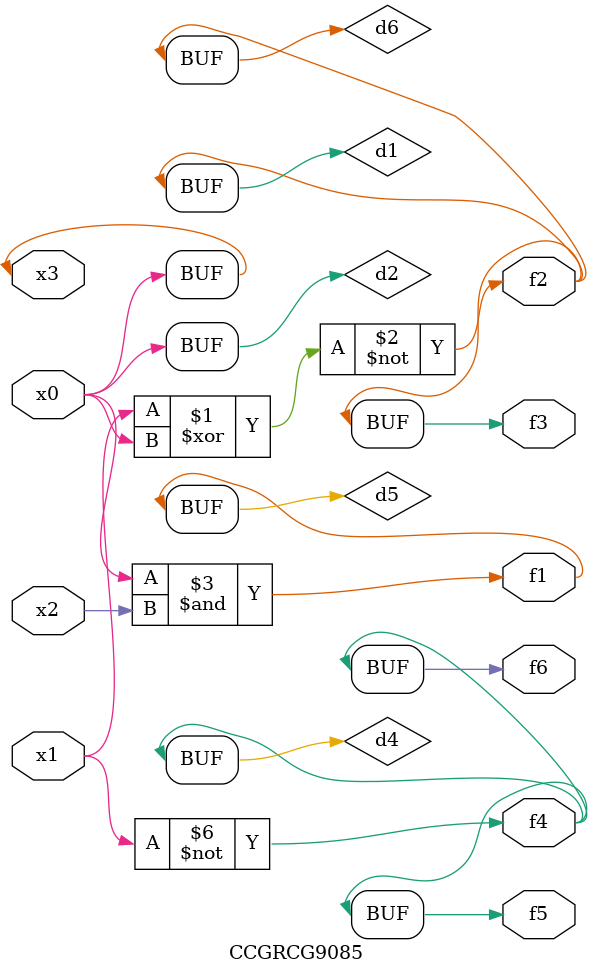
<source format=v>
module CCGRCG9085(
	input x0, x1, x2, x3,
	output f1, f2, f3, f4, f5, f6
);

	wire d1, d2, d3, d4, d5, d6;

	xnor (d1, x1, x3);
	buf (d2, x0, x3);
	nand (d3, x0, x2);
	not (d4, x1);
	nand (d5, d3);
	or (d6, d1);
	assign f1 = d5;
	assign f2 = d6;
	assign f3 = d6;
	assign f4 = d4;
	assign f5 = d4;
	assign f6 = d4;
endmodule

</source>
